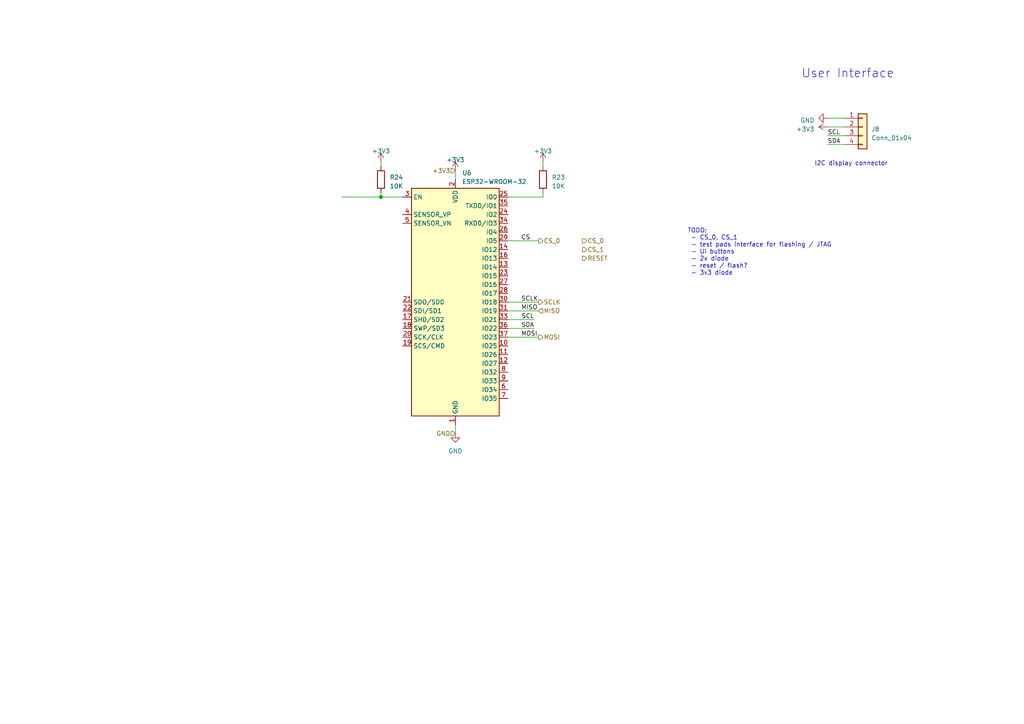
<source format=kicad_sch>
(kicad_sch (version 20230121) (generator eeschema)
  (paper "A4")
  (lib_symbols
    (symbol "Connector_Generic:Conn_01x04" (pin_names (offset 1.016) hide)
      (property "Reference" "J" (at 0 5.08 0))
      (property "Value" "Conn_01x04" (at 0 -7.62 0))
      (symbol "Conn_01x04_1_1"
        (rectangle (start -1.27 -4.953) (end 0 -5.207) (stroke (width 0.1524)))
        (rectangle (start -1.27 -2.413) (end 0 -2.667) (stroke (width 0.1524)))
        (rectangle (start -1.27 0.127) (end 0 -0.127) (stroke (width 0.1524)))
        (rectangle (start -1.27 2.667) (end 0 2.413) (stroke (width 0.1524)))
        (rectangle (start -1.27 3.81) (end 1.27 -6.35) (stroke (width 0.254)) (fill (type background)))
        (pin passive line (at -5.08 2.54 0) (length 3.81) (name "Pin_1") (number "1"))
        (pin passive line (at -5.08 0 0) (length 3.81) (name "Pin_2") (number "2"))
        (pin passive line (at -5.08 -2.54 0) (length 3.81) (name "Pin_3") (number "3"))
        (pin passive line (at -5.08 -5.08 0) (length 3.81) (name "Pin_4") (number "4"))
      )
    )
    (symbol "Device:R" (pin_numbers hide) (pin_names (offset 0))
      (property "Reference" "R" (at 2.032 0 90))
      (property "Value" "R" (at 0 0 90))
      (symbol "R_0_1"
        (rectangle (start -1.016 -2.54) (end 1.016 2.54) (stroke (width 0.254)))
      )
      (symbol "R_1_1"
        (pin passive line (at 0 3.81 270) (length 1.27) (name "~") (number "1"))
        (pin passive line (at 0 -3.81 90) (length 1.27) (name "~") (number "2"))
      )
    )
    (symbol "RF_Module:ESP32-WROOM-32"
      (property "Reference" "U" (at -12.7 34.29 0))
      (property "Value" "ESP32-WROOM-32" (at 1.27 34.29 0))
      (symbol "ESP32-WROOM-32_0_1"
        (rectangle (start -12.7 33.02) (end 12.7 -33.02) (stroke (width 0.254)) (fill (type background)))
      )
      (symbol "ESP32-WROOM-32_1_1"
        (pin power_in line (at 0 -35.56 90) (length 2.54) (name "GND") (number "1"))
        (pin bidirectional line (at 15.24 -12.7 180) (length 2.54) (name "IO25") (number "10"))
        (pin bidirectional line (at 15.24 -15.24 180) (length 2.54) (name "IO26") (number "11"))
        (pin bidirectional line (at 15.24 -17.78 180) (length 2.54) (name "IO27") (number "12"))
        (pin bidirectional line (at 15.24 10.16 180) (length 2.54) (name "IO14") (number "13"))
        (pin bidirectional line (at 15.24 15.24 180) (length 2.54) (name "IO12") (number "14"))
        (pin passive line (at 0 -35.56 90) (length 2.54) hide (name "GND") (number "15"))
        (pin bidirectional line (at 15.24 12.7 180) (length 2.54) (name "IO13") (number "16"))
        (pin bidirectional line (at -15.24 -5.08 0) (length 2.54) (name "SHD/SD2") (number "17"))
        (pin bidirectional line (at -15.24 -7.62 0) (length 2.54) (name "SWP/SD3") (number "18"))
        (pin bidirectional line (at -15.24 -12.7 0) (length 2.54) (name "SCS/CMD") (number "19"))
        (pin power_in line (at 0 35.56 270) (length 2.54) (name "VDD") (number "2"))
        (pin bidirectional line (at -15.24 -10.16 0) (length 2.54) (name "SCK/CLK") (number "20"))
        (pin bidirectional line (at -15.24 0 0) (length 2.54) (name "SDO/SD0") (number "21"))
        (pin bidirectional line (at -15.24 -2.54 0) (length 2.54) (name "SDI/SD1") (number "22"))
        (pin bidirectional line (at 15.24 7.62 180) (length 2.54) (name "IO15") (number "23"))
        (pin bidirectional line (at 15.24 25.4 180) (length 2.54) (name "IO2") (number "24"))
        (pin bidirectional line (at 15.24 30.48 180) (length 2.54) (name "IO0") (number "25"))
        (pin bidirectional line (at 15.24 20.32 180) (length 2.54) (name "IO4") (number "26"))
        (pin bidirectional line (at 15.24 5.08 180) (length 2.54) (name "IO16") (number "27"))
        (pin bidirectional line (at 15.24 2.54 180) (length 2.54) (name "IO17") (number "28"))
        (pin bidirectional line (at 15.24 17.78 180) (length 2.54) (name "IO5") (number "29"))
        (pin input line (at -15.24 30.48 0) (length 2.54) (name "EN") (number "3"))
        (pin bidirectional line (at 15.24 0 180) (length 2.54) (name "IO18") (number "30"))
        (pin bidirectional line (at 15.24 -2.54 180) (length 2.54) (name "IO19") (number "31"))
        (pin no_connect line (at -12.7 -27.94 0) (length 2.54) hide (name "NC") (number "32"))
        (pin bidirectional line (at 15.24 -5.08 180) (length 2.54) (name "IO21") (number "33"))
        (pin bidirectional line (at 15.24 22.86 180) (length 2.54) (name "RXD0/IO3") (number "34"))
        (pin bidirectional line (at 15.24 27.94 180) (length 2.54) (name "TXD0/IO1") (number "35"))
        (pin bidirectional line (at 15.24 -7.62 180) (length 2.54) (name "IO22") (number "36"))
        (pin bidirectional line (at 15.24 -10.16 180) (length 2.54) (name "IO23") (number "37"))
        (pin passive line (at 0 -35.56 90) (length 2.54) hide (name "GND") (number "38"))
        (pin passive line (at 0 -35.56 90) (length 2.54) hide (name "GND") (number "39"))
        (pin input line (at -15.24 25.4 0) (length 2.54) (name "SENSOR_VP") (number "4"))
        (pin input line (at -15.24 22.86 0) (length 2.54) (name "SENSOR_VN") (number "5"))
        (pin input line (at 15.24 -25.4 180) (length 2.54) (name "IO34") (number "6"))
        (pin input line (at 15.24 -27.94 180) (length 2.54) (name "IO35") (number "7"))
        (pin bidirectional line (at 15.24 -20.32 180) (length 2.54) (name "IO32") (number "8"))
        (pin bidirectional line (at 15.24 -22.86 180) (length 2.54) (name "IO33") (number "9"))
      )
    )
    (symbol "power:+3V3" (power) (pin_names (offset 0))
      (property "Value" "+3V3" (at 0 3.556 0))
      (symbol "+3V3_0_1"
        (polyline (pts (xy -0.762 1.27) (xy 0 2.54)))
        (polyline (pts (xy 0 0) (xy 0 2.54)))
        (polyline (pts (xy 0 2.54) (xy 0.762 1.27)))
      )
      (symbol "+3V3_1_1"
        (pin power_in line (at 0 0 90) (length 0) hide (name "+3V3") (number "1"))
      )
    )
    (symbol "power:GND" (power) (pin_names (offset 0))
      (property "Value" "GND" (at 0 -3.81 0))
      (symbol "GND_0_1"
        (polyline (pts (xy 0 0) (xy 0 -1.27) (xy 1.27 -1.27) (xy 0 -2.54) (xy -1.27 -1.27) (xy 0 -1.27)))
      )
      (symbol "GND_1_1"
        (pin power_in line (at 0 0 270) (length 0) hide (name "GND") (number "1"))
      )
    )
  )
  (junction (at 110.49 57.15))
  (wire (pts (xy 132.08 123.19) (xy 132.08 125.73)))
  (wire (pts (xy 110.49 57.15) (xy 116.84 57.15)))
  (wire (pts (xy 147.32 57.15) (xy 157.48 57.15)))
  (wire (pts (xy 147.32 87.63) (xy 156.21 87.63)))
  (wire (pts (xy 240.03 41.91) (xy 245.11 41.91)))
  (wire (pts (xy 99.06 57.15) (xy 110.49 57.15)))
  (wire (pts (xy 157.48 55.88) (xy 157.48 57.15)))
  (wire (pts (xy 240.03 39.37) (xy 245.11 39.37)))
  (wire (pts (xy 147.32 69.85) (xy 156.21 69.85)))
  (wire (pts (xy 110.49 46.99) (xy 110.49 48.26)))
  (wire (pts (xy 240.03 36.83) (xy 245.11 36.83)))
  (wire (pts (xy 147.32 92.71) (xy 154.94 92.71)))
  (wire (pts (xy 147.32 95.25) (xy 154.94 95.25)))
  (wire (pts (xy 110.49 55.88) (xy 110.49 57.15)))
  (wire (pts (xy 147.32 97.79) (xy 156.21 97.79)))
  (wire (pts (xy 147.32 90.17) (xy 156.21 90.17)))
  (wire (pts (xy 157.48 46.99) (xy 157.48 48.26)))
  (wire (pts (xy 132.08 49.53) (xy 132.08 52.07)))
  (wire (pts (xy 240.03 34.29) (xy 245.11 34.29)))
  (text "I2C display connector" (at 236.22 48.26 0) (effects (font (size 1.27 1.27)) (justify left bottom)))
  (text "User Interface" (at 232.41 22.86 0) (effects (font (size 2.5 2.5)) (justify left bottom)))
  (text "TODO:\n - CS_0, CS_1\n - test pads interface for flashing / JTAG\n - UI buttons\n - 2x diode\n - reset / flash?\n - 3v3 diode" (at 199.39 80.01 0) (effects (font (size 1.27 1.27)) (justify left bottom)))
  (label "CS" (at 151.13 69.85 0))
  (label "SCL" (at 240.03 39.37 0))
  (label "SCL" (at 154.94 92.71 180))
  (label "SCLK" (at 151.13 87.63 0))
  (label "SDA" (at 154.94 95.25 180))
  (label "MOSI" (at 151.13 97.79 0))
  (label "MISO" (at 151.13 90.17 0))
  (label "SDA" (at 240.03 41.91 0))
  (hierarchical_label "CS_0" (shape output) (at 156.21 69.85 0))
  (hierarchical_label "RESET" (shape output) (at 168.91 74.93 0))
  (hierarchical_label "CS_1" (shape output) (at 168.91 72.39 0))
  (hierarchical_label "SCLK" (shape output) (at 156.21 87.63 0))
  (hierarchical_label "CS_0" (shape output) (at 168.91 69.85 0))
  (hierarchical_label "GND" (shape input) (at 132.08 125.73 180))
  (hierarchical_label "MISO" (shape input) (at 156.21 90.17 0))
  (hierarchical_label "MOSI" (shape output) (at 156.21 97.79 0))
  (hierarchical_label "+3V3" (shape input) (at 132.08 49.53 180))
  (symbol (lib_id "power:+3V3") (at 157.48 46.99 0) (unit 1)
    (property "Reference" "#PWR069" (effects hide))
    (property "Value" "+3V3" (at 157.48 43.815 0))
  )
  (symbol (lib_id "power:+3V3") (at 132.08 49.53 0) (unit 1)
    (property "Reference" "#PWR067" (effects hide))
    (property "Value" "+3V3" (at 132.08 46.355 0))
  )
  (symbol (lib_id "power:GND") (at 132.08 125.73 0) (unit 1)
    (property "Reference" "#PWR068" (effects hide))
    (property "Value" "GND" (at 132.08 130.81 0))
  )
  (symbol (lib_id "Connector_Generic:Conn_01x04") (at 250.19 36.83 0) (unit 1)
    (property "Reference" "J8" (at 252.73 37.465 0) (effects (justify left)))
    (property "Value" "Conn_01x04" (at 252.73 40.005 0) (effects (justify left)))
  )
  (symbol (lib_id "power:+3V3") (at 110.49 46.99 0) (unit 1)
    (property "Reference" "#PWR070" (effects hide))
    (property "Value" "+3V3" (at 110.49 43.815 0))
  )
  (symbol (lib_id "Device:R") (at 157.48 52.07 0) (unit 1)
    (property "Reference" "R23" (at 160.02 51.435 0) (effects (justify left)))
    (property "Value" "10K" (at 160.02 53.975 0) (effects (justify left)))
  )
  (symbol (lib_id "power:GND") (at 240.03 34.29 270) (unit 1)
    (property "Reference" "#PWR071" (effects hide))
    (property "Value" "GND" (at 236.22 34.925 90) (effects (justify right)))
  )
  (symbol (lib_id "power:+3V3") (at 240.03 36.83 90) (unit 1)
    (property "Reference" "#PWR072" (effects hide))
    (property "Value" "+3V3" (at 236.22 37.465 90) (effects (justify left)))
  )
  (symbol (lib_id "RF_Module:ESP32-WROOM-32") (at 132.08 87.63 0) (unit 1)
    (property "Reference" "U6" (at 134.0359 50.165 0) (effects (justify left)))
    (property "Value" "ESP32-WROOM-32" (at 134.0359 52.705 0) (effects (justify left)))
    (property "Footprint" "RF_Module:ESP32-WROOM-32" (effects hide))
    (property "Datasheet" "https://www.espressif.com/sites/default/files/documentation/esp32-wroom-32_datasheet_en.pdf" (effects hide))
  )
  (symbol (lib_id "Device:R") (at 110.49 52.07 0) (unit 1)
    (property "Reference" "R24" (at 113.03 51.435 0) (effects (justify left)))
    (property "Value" "10K" (at 113.03 53.975 0) (effects (justify left)))
  )
)
</source>
